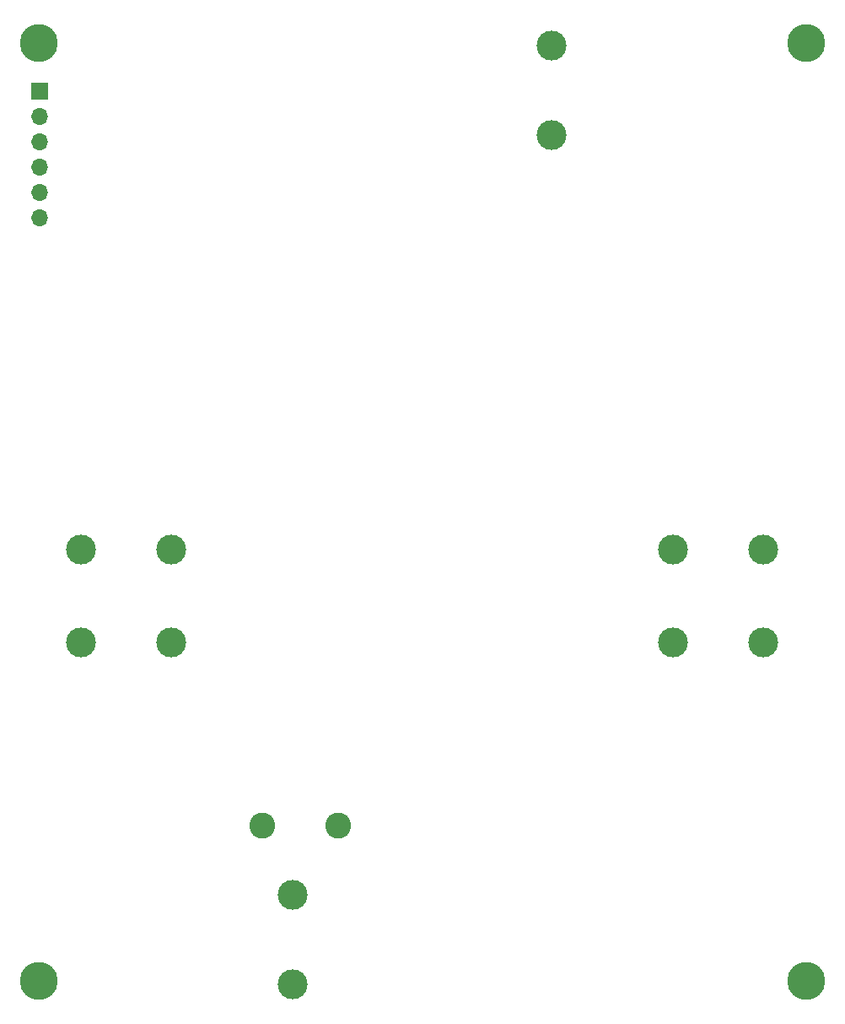
<source format=gbs>
%TF.GenerationSoftware,KiCad,Pcbnew,(6.0.5)*%
%TF.CreationDate,2023-01-23T16:51:02-08:00*%
%TF.ProjectId,X_Y_Panels,585f595f-5061-46e6-956c-732e6b696361,rev?*%
%TF.SameCoordinates,Original*%
%TF.FileFunction,Soldermask,Bot*%
%TF.FilePolarity,Negative*%
%FSLAX46Y46*%
G04 Gerber Fmt 4.6, Leading zero omitted, Abs format (unit mm)*
G04 Created by KiCad (PCBNEW (6.0.5)) date 2023-01-23 16:51:02*
%MOMM*%
%LPD*%
G01*
G04 APERTURE LIST*
%ADD10C,3.000000*%
%ADD11C,3.800000*%
%ADD12C,2.600000*%
%ADD13R,1.700000X1.700000*%
%ADD14O,1.700000X1.700000*%
G04 APERTURE END LIST*
D10*
X129240000Y-139374000D03*
X129240000Y-130374000D03*
D11*
X180792000Y-138997997D03*
D12*
X180792000Y-138997997D03*
D10*
X108022000Y-105058000D03*
X117022000Y-105058000D03*
D13*
X103886000Y-49784000D03*
D14*
X103886000Y-52324000D03*
X103886000Y-54864000D03*
X103886000Y-57404000D03*
X103886000Y-59944000D03*
X103886000Y-62484000D03*
D10*
X117022000Y-95752000D03*
X108022000Y-95752000D03*
X176458000Y-95758000D03*
X167458000Y-95758000D03*
D11*
X103792000Y-44997997D03*
D12*
X103792000Y-44997997D03*
X103792000Y-138997997D03*
D11*
X103792000Y-138997997D03*
D10*
X155260000Y-45210000D03*
X155260000Y-54210000D03*
D11*
X180792000Y-44997997D03*
D12*
X180792000Y-44997997D03*
X126238000Y-123444000D03*
X133858000Y-123444000D03*
D10*
X167458000Y-105066000D03*
X176458000Y-105066000D03*
M02*

</source>
